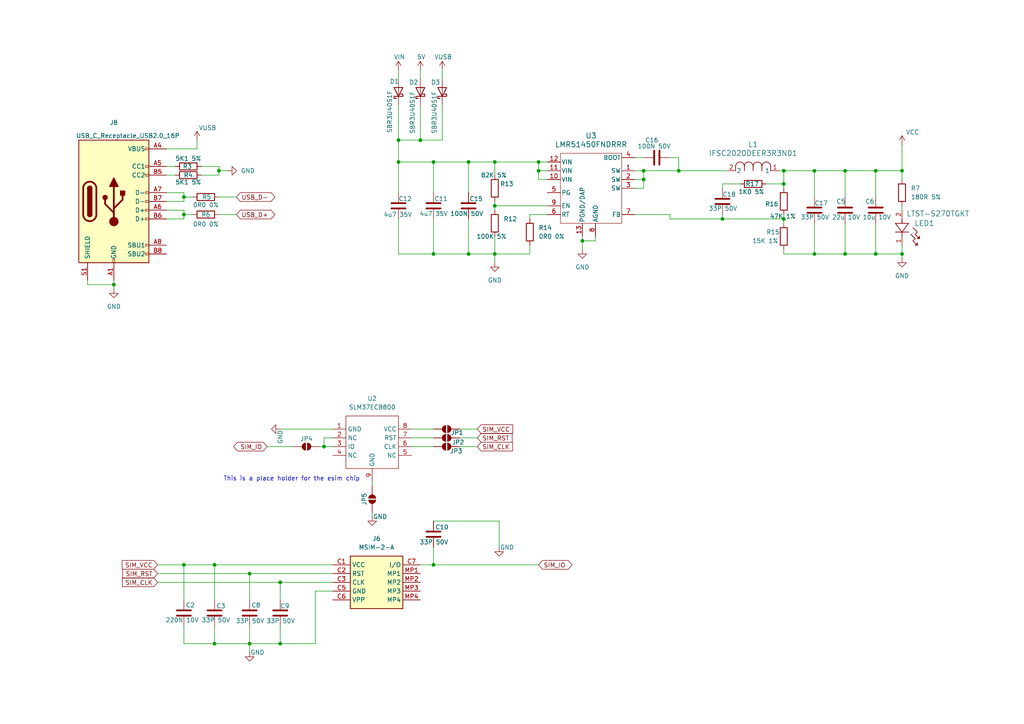
<source format=kicad_sch>
(kicad_sch (version 20250114) (generator "eeschema") (generator_version "9.0")
  (paper "A4")
  (lib_symbols
    (symbol "Capacitors_with_manufacturer_PartNumber_2:CAP CER  0201 33P 5% 50V" (pin_numbers (hide yes)) (pin_names (offset 0.254))
      (property "Reference" "C15" (at 3.81 1.2701 0))
      (property "Value" "33P 50V" (at 3.81 -1.2699 0))
      (symbol "CAP CER  0201 33P 5% 50V_1_1"
        (pin passive line (at 0 3.81 270) (length 2.794) (name "~") (number "1"))
        (pin passive line (at 0 -3.81 90) (length 2.794) (name "~") (number "2"))
      )
    )
    (symbol "Capacitors_with_manufacturer_PartNumber_2:CAP CER 0201 220N 20% 10V" (pin_numbers (hide yes)) (pin_names (offset 0.254))
      (property "Reference" "C15" (at 3.81 1.2701 0))
      (property "Value" "220N 10V" (at 3.81 -1.2699 0))
      (symbol "CAP CER 0201 220N 20% 10V_1_1"
        (pin passive line (at 0 3.81 270) (length 2.794) (name "~") (number "1"))
        (pin passive line (at 0 -3.81 90) (length 2.794) (name "~") (number "2"))
      )
    )
    (symbol "Capacitors_with_manufacturer_PartNumber_2:CAP CER X5R 0402 100N 10% 50V" (pin_numbers (hide yes)) (pin_names (offset 0.254))
      (property "Reference" "C15" (at 0.254 2.032 0))
      (property "Value" "100N 50V" (at -5.588 -2.032 0))
      (symbol "CAP CER X5R 0402 100N 10% 50V_1_1"
        (pin passive line (at 0 3.81 270) (length 2.794) (name "~") (number "1"))
        (pin passive line (at 0 -3.81 90) (length 2.794) (name "~") (number "2"))
      )
    )
    (symbol "Capacitors_with_manufacturer_PartNumber_2:CAP CER X5R 0402 10U 20% 10V" (pin_numbers (hide yes)) (pin_names (offset 0.254))
      (property "Reference" "C15" (at 3.81 1.2701 0))
      (property "Value" "10u 10V" (at 3.81 -1.2699 0))
      (symbol "CAP CER X5R 0402 10U 20% 10V_1_1"
        (pin passive line (at 0 3.81 270) (length 2.794) (name "~") (number "1"))
        (pin passive line (at 0 -3.81 90) (length 2.794) (name "~") (number "2"))
      )
    )
    (symbol "Capacitors_with_manufacturer_PartNumber_2:CAP CER X5R 0603 22U 20% 10V" (pin_numbers (hide yes)) (pin_names (offset 0.254))
      (property "Reference" "C2" (at 0.254 2.032 0))
      (property "Value" "22u 10V" (at -3.048 -2.032 0))
      (symbol "CAP CER X5R 0603 22U 20% 10V_1_1"
        (pin passive line (at 0 3.81 270) (length 2.794) (name "~") (number "1"))
        (pin passive line (at 0 -3.81 90) (length 2.794) (name "~") (number "2"))
      )
    )
    (symbol "Capacitors_with_manufacturer_PartNumber_2:CAP CER X7R 0805 4U7 10% 35V" (pin_numbers (hide yes)) (pin_names (offset 0.254))
      (property "Reference" "C2" (at 0.254 2.032 0))
      (property "Value" "4u7 35V" (at -3.048 -2.032 0))
      (symbol "CAP CER X7R 0805 4U7 10% 35V_1_1"
        (pin passive line (at 0 3.81 270) (length 2.794) (name "~") (number "1"))
        (pin passive line (at 0 -3.81 90) (length 2.794) (name "~") (number "2"))
      )
    )
    (symbol "Connector:USB_C_Receptacle_USB2.0_16P" (pin_names (offset 1.016))
      (property "Reference" "J" (at 0 22.225 0))
      (property "Value" "USB_C_Receptacle_USB2.0_16P" (at 0 19.685 0))
      (symbol "USB_C_Receptacle_USB2.0_16P_1_1"
        (pin passive line (at -7.62 -22.86 90) (length 5.08) (name "SHIELD") (number "S1"))
        (pin passive line (at 0 -22.86 90) (length 5.08) (name "GND") (number "A1"))
        (pin passive line (at 0 -22.86 90) (length 5.08) (hide yes) (name "GND") (number "A12"))
        (pin passive line (at 0 -22.86 90) (length 5.08) (hide yes) (name "GND") (number "B1"))
        (pin passive line (at 0 -22.86 90) (length 5.08) (hide yes) (name "GND") (number "B12"))
        (pin passive line (at 15.24 15.24 180) (length 5.08) (name "VBUS") (number "A4"))
        (pin passive line (at 15.24 15.24 180) (length 5.08) (hide yes) (name "VBUS") (number "A9"))
        (pin passive line (at 15.24 15.24 180) (length 5.08) (hide yes) (name "VBUS") (number "B4"))
        (pin passive line (at 15.24 15.24 180) (length 5.08) (hide yes) (name "VBUS") (number "B9"))
        (pin bidirectional line (at 15.24 10.16 180) (length 5.08) (name "CC1") (number "A5"))
        (pin bidirectional line (at 15.24 7.62 180) (length 5.08) (name "CC2") (number "B5"))
        (pin bidirectional line (at 15.24 2.54 180) (length 5.08) (name "D-") (number "A7"))
        (pin bidirectional line (at 15.24 0 180) (length 5.08) (name "D-") (number "B7"))
        (pin bidirectional line (at 15.24 -2.54 180) (length 5.08) (name "D+") (number "A6"))
        (pin bidirectional line (at 15.24 -5.08 180) (length 5.08) (name "D+") (number "B6"))
        (pin bidirectional line (at 15.24 -12.7 180) (length 5.08) (name "SBU1") (number "A8"))
        (pin bidirectional line (at 15.24 -15.24 180) (length 5.08) (name "SBU2") (number "B8"))
      )
    )
    (symbol "Jumper:SolderJumper_2_Open" (pin_numbers (hide yes)) (pin_names (offset 0) (hide yes)) (in_bom no)
      (property "Reference" "JP" (at 0 2.032 0))
      (property "Value" "SolderJumper_2_Open" (at 0 -2.54 0))
      (symbol "SolderJumper_2_Open_1_1"
        (pin passive line (at -3.81 0 0) (length 2.54) (name "A") (number "1"))
        (pin passive line (at 3.81 0 180) (length 2.54) (name "B") (number "2"))
      )
    )
    (symbol "PSU_redesign:IFSC2020DEER3R3N01" (pin_names (offset 0.254))
      (property "Reference" "L" (at 6.985 5.08 0))
      (property "Value" "IFSC2020DEER3R3N01" (at 6.985 -2.54 0))
      (symbol "IFSC2020DEER3R3N01_1_1"
        (pin unspecified line (at 0 0 0) (length 2.54) (name "2") (number "2"))
        (pin unspecified line (at 15.24 0 180) (length 2.54) (name "1") (number "1"))
      )
      (symbol "IFSC2020DEER3R3N01_1_2"
        (pin unspecified line (at 0 15.24 270) (length 2.54) (name "1") (number "1"))
        (pin unspecified line (at 0 0 90) (length 2.54) (name "2") (number "2"))
      )
    )
    (symbol "PSU_redesign:LMR51450FNDRRR" (pin_names (offset 0.254))
      (property "Reference" "U" (at 16.002 -19.05 0))
      (property "Value" "LMR51450FNDRRR" (at 22.86 3.556 0))
      (symbol "LMR51450FNDRRR_0_1"
        (pin power_in line (at 10.16 1.27 0) (length 3.81) (name "BOOT") (number "4"))
        (pin power_in line (at 10.16 -2.54 0) (length 3.81) (name "SW") (number "1"))
        (pin power_in line (at 10.16 -5.08 0) (length 3.81) (name "SW") (number "2"))
        (pin power_in line (at 10.16 -7.62 0) (length 3.81) (name "SW") (number "3"))
        (pin unspecified line (at 10.16 -15.24 0) (length 3.81) (name "FB") (number "7"))
        (pin power_out line (at 21.59 -21.59 90) (length 3.81) (name "AGND") (number "8"))
        (pin power_out line (at 25.4 -21.59 90) (length 3.81) (name "PGND/DAP") (number "13"))
        (pin power_in line (at 35.56 0 180) (length 3.81) (name "VIN") (number "12"))
        (pin power_in line (at 35.56 -2.54 180) (length 3.81) (name "VIN") (number "11"))
        (pin power_in line (at 35.56 -5.08 180) (length 3.81) (name "VIN") (number "10"))
        (pin unspecified line (at 35.56 -8.89 180) (length 3.81) (name "PG") (number "5"))
        (pin unspecified line (at 35.56 -12.7 180) (length 3.81) (name "EN") (number "9"))
        (pin unspecified line (at 35.56 -15.24 180) (length 3.81) (name "RT") (number "6"))
      )
    )
    (symbol "Resistors_with_manufacturer_PartNumber:47K_0402_1%" (pin_numbers (hide yes)) (pin_names (offset 0))
      (property "Reference" "R103" (at 0 0.254 90))
      (property "Value" "47K 1%" (at -2.286 0.254 90))
      (symbol "47K_0402_1%_1_1"
        (pin passive line (at 0 3.81 270) (length 1.27) (name "~") (number "1"))
        (pin passive line (at 0 -3.81 90) (length 1.27) (name "~") (number "2"))
      )
    )
    (symbol "Resistors_with_manufacturer_PartNumber_2:0R0_0402_0%" (pin_numbers (hide yes)) (pin_names (offset 0))
      (property "Reference" "R109" (at 0 0.254 90))
      (property "Value" "0R0 0%" (at -2.286 0.254 90))
      (symbol "0R0_0402_0%_1_1"
        (pin passive line (at 0 3.81 270) (length 1.27) (name "~") (number "1"))
        (pin passive line (at 0 -3.81 90) (length 1.27) (name "~") (number "2"))
      )
    )
    (symbol "Resistors_with_manufacturer_PartNumber_2:100K_0402_5%" (pin_numbers (hide yes)) (pin_names (offset 0))
      (property "Reference" "R109" (at 0 0.254 90))
      (property "Value" "100K 5%" (at -2.286 0.254 90))
      (symbol "100K_0402_5%_1_1"
        (pin passive line (at 0 3.81 270) (length 1.27) (name "~") (number "1"))
        (pin passive line (at 0 -3.81 90) (length 1.27) (name "~") (number "2"))
      )
    )
    (symbol "Resistors_with_manufacturer_PartNumber_2:15K_0402_1%" (pin_numbers (hide yes)) (pin_names (offset 0))
      (property "Reference" "R103" (at 0 0.254 90))
      (property "Value" "15K 1%" (at -2.286 0.254 90))
      (symbol "15K_0402_1%_1_1"
        (pin passive line (at 0 3.81 270) (length 1.27) (name "~") (number "1"))
        (pin passive line (at 0 -3.81 90) (length 1.27) (name "~") (number "2"))
      )
    )
    (symbol "Resistors_with_manufacturer_PartNumber_2:180R_0402_5%" (pin_numbers (hide yes)) (pin_names (offset 0))
      (property "Reference" "R109" (at 0 0.254 90))
      (property "Value" "180R 5%" (at -2.286 0.254 90))
      (symbol "180R_0402_5%_1_1"
        (pin passive line (at 0 3.81 270) (length 1.27) (name "~") (number "1"))
        (pin passive line (at 0 -3.81 90) (length 1.27) (name "~") (number "2"))
      )
    )
    (symbol "Resistors_with_manufacturer_PartNumber_2:1K0_0402_5%" (pin_numbers (hide yes)) (pin_names (offset 0))
      (property "Reference" "R109" (at 0 0.254 90))
      (property "Value" "1K0 5%" (at -2.286 0.254 90))
      (symbol "1K0_0402_5%_1_1"
        (pin passive line (at 0 3.81 270) (length 1.27) (name "~") (number "1"))
        (pin passive line (at 0 -3.81 90) (length 1.27) (name "~") (number "2"))
      )
    )
    (symbol "Resistors_with_manufacturer_PartNumber_2:5K1_0402_5%" (pin_numbers (hide yes)) (pin_names (offset 0))
      (property "Reference" "R109" (at 0 0.254 90))
      (property "Value" "5K1 5%" (at -2.286 0.254 90))
      (symbol "5K1_0402_5%_1_1"
        (pin passive line (at 0 3.81 270) (length 1.27) (name "~") (number "1"))
        (pin passive line (at 0 -3.81 90) (length 1.27) (name "~") (number "2"))
      )
    )
    (symbol "Resistors_with_manufacturer_PartNumber_2:82K_0402_5%" (pin_numbers (hide yes)) (pin_names (offset 0))
      (property "Reference" "R109" (at 0 0.254 90))
      (property "Value" "82K 5%" (at -2.286 0.254 90))
      (symbol "82K_0402_5%_1_1"
        (pin passive line (at 0 3.81 270) (length 1.27) (name "~") (number "1"))
        (pin passive line (at 0 -3.81 90) (length 1.27) (name "~") (number "2"))
      )
    )
    (symbol "power:GND" (power) (pin_numbers (hide yes)) (pin_names (offset 0) (hide yes))
      (property "Value" "GND" (at 0 -3.81 0))
      (symbol "GND_1_1"
        (pin power_in line (at 0 0 270) (length 0) (name "~") (number "1"))
      )
    )
    (symbol "power:VCC" (power) (pin_numbers (hide yes)) (pin_names (offset 0) (hide yes))
      (property "Value" "VCC" (at 0 3.556 0))
      (symbol "VCC_1_1"
        (pin power_in line (at 0 0 90) (length 0) (name "~") (number "1"))
      )
    )
    (symbol "shield_design_library:LTST-S270TGKT" (pin_names (offset 0.254))
      (property "Reference" "LED" (at 5.08 -4.445 0))
      (property "Value" "LTST-S270TGKT" (at 5.08 -7.62 0))
      (symbol "LTST-S270TGKT_1_1"
        (pin unspecified line (at 0 0 0) (length 2.54) (name "") (number "2"))
        (pin unspecified line (at 10.16 0 180) (length 2.54) (name "") (number "1"))
      )
      (symbol "LTST-S270TGKT_1_2"
        (pin unspecified line (at 0 10.16 270) (length 2.54) (name "") (number "1"))
        (pin unspecified line (at 0 0 90) (length 2.54) (name "") (number "2"))
      )
    )
    (symbol "shield_design_library:MSIM-2-A"
      (property "Reference" "J" (at 21.59 7.62 0))
      (property "Value" "MSIM-2-A" (at 21.59 5.08 0))
      (symbol "MSIM-2-A_1_1"
        (pin passive line (at 0 0 0) (length 5.08) (name "VCC") (number "C1"))
        (pin passive line (at 0 -2.54 0) (length 5.08) (name "RST") (number "C2"))
        (pin passive line (at 0 -5.08 0) (length 5.08) (name "CLK") (number "C3"))
        (pin passive line (at 0 -7.62 0) (length 5.08) (name "GND") (number "C5"))
        (pin passive line (at 0 -10.16 0) (length 5.08) (name "VPP") (number "C6"))
        (pin passive line (at 25.4 0 180) (length 5.08) (name "I/O") (number "C7"))
        (pin passive line (at 25.4 -2.54 180) (length 5.08) (name "MP1") (number "MP1"))
        (pin passive line (at 25.4 -5.08 180) (length 5.08) (name "MP2") (number "MP2"))
        (pin passive line (at 25.4 -7.62 180) (length 5.08) (name "MP3") (number "MP3"))
        (pin passive line (at 25.4 -10.16 180) (length 5.08) (name "MP4") (number "MP4"))
      )
    )
    (symbol "shield_design_library:SBR3U40S1F" (pin_numbers (hide yes)) (pin_names (offset 1.016) (hide yes))
      (property "Reference" "D" (at 0 2.54 0))
      (property "Value" "SBR3U40S1F" (at 0 -2.54 0))
      (symbol "SBR3U40S1F_1_1"
        (pin passive line (at -3.81 0 0) (length 2.54) (name "K") (number "1"))
        (pin passive line (at 3.81 0 180) (length 2.54) (name "A") (number "2"))
      )
    )
    (symbol "shield_design_library:SLM37ECB800"
      (property "Reference" "U" (at 1.524 -9.144 0))
      (property "Value" "SLM37ECB800" (at -0.508 8.636 0))
      (symbol "SLM37ECB800_1_1"
        (pin power_in line (at -11.43 3.81 0) (length 3.81) (name "GND") (number "1"))
        (pin bidirectional line (at -11.43 1.27 0) (length 3.81) (name "NC") (number "2"))
        (pin bidirectional line (at -11.43 -1.27 0) (length 3.81) (name "IO") (number "3"))
        (pin bidirectional line (at -11.43 -3.81 0) (length 3.81) (name "NC") (number "4"))
        (pin power_in line (at 0 -11.43 90) (length 3.81) (name "GND") (number "9"))
        (pin power_in line (at 11.43 3.81 180) (length 3.81) (name "VCC") (number "8"))
        (pin input line (at 11.43 1.27 180) (length 3.81) (name "RST") (number "7"))
        (pin input line (at 11.43 -1.27 180) (length 3.81) (name "CLK") (number "6"))
        (pin bidirectional line (at 11.43 -3.81 180) (length 3.81) (name "NC") (number "5"))
      )
    )
  )
  (text "This is a place holder for the esim chip " (at 85.09 138.938 0) (effects (font (size 1.27 1.27))))
  (junction (at 121.92 40.64))
  (junction (at 156.21 49.53))
  (junction (at 156.21 46.99))
  (junction (at 53.34 163.83))
  (junction (at 125.73 73.66))
  (junction (at 227.33 53.34))
  (junction (at 81.28 186.69))
  (junction (at 245.11 49.53))
  (junction (at 135.89 73.66))
  (junction (at 115.57 40.64))
  (junction (at 143.51 59.69))
  (junction (at 143.51 73.66))
  (junction (at 62.23 186.69))
  (junction (at 254 73.66))
  (junction (at 53.34 57.15))
  (junction (at 236.22 49.53))
  (junction (at 168.91 69.85))
  (junction (at 236.22 73.66))
  (junction (at 227.33 63.5))
  (junction (at 53.34 62.23))
  (junction (at 125.73 163.83))
  (junction (at 93.98 129.54))
  (junction (at 143.51 46.99))
  (junction (at 33.02 82.55))
  (junction (at 254 49.53))
  (junction (at 186.69 49.53))
  (junction (at 125.73 46.99))
  (junction (at 115.57 46.99))
  (junction (at 196.85 49.53))
  (junction (at 261.62 49.53))
  (junction (at 135.89 46.99))
  (junction (at 62.23 163.83))
  (junction (at 227.33 49.53))
  (junction (at 63.5 49.53))
  (junction (at 186.69 52.07))
  (junction (at 72.39 186.69))
  (junction (at 245.11 73.66))
  (junction (at 81.28 168.91))
  (junction (at 72.39 166.37))
  (junction (at 261.62 73.66))
  (junction (at 209.55 63.5))
  (wire (pts (xy 121.92 163.83) (xy 125.73 163.83)))
  (wire (pts (xy 81.28 168.91) (xy 81.28 173.99)))
  (wire (pts (xy 261.62 73.66) (xy 261.62 74.93)))
  (wire (pts (xy 72.39 186.69) (xy 72.39 189.23)))
  (wire (pts (xy 209.55 53.34) (xy 209.55 54.61)))
  (wire (pts (xy 128.27 40.64) (xy 121.92 40.64)))
  (wire (pts (xy 184.15 54.61) (xy 186.69 54.61)))
  (wire (pts (xy 227.33 49.53) (xy 227.33 53.34)))
  (wire (pts (xy 186.69 49.53) (xy 186.69 52.07)))
  (wire (pts (xy 81.28 168.91) (xy 96.52 168.91)))
  (wire (pts (xy 133.35 129.54) (xy 138.43 129.54)))
  (wire (pts (xy 143.51 73.66) (xy 153.67 73.66)))
  (wire (pts (xy 115.57 73.66) (xy 125.73 73.66)))
  (wire (pts (xy 72.39 166.37) (xy 72.39 173.99)))
  (wire (pts (xy 236.22 73.66) (xy 245.11 73.66)))
  (wire (pts (xy 186.69 54.61) (xy 186.69 52.07)))
  (wire (pts (xy 227.33 62.23) (xy 227.33 63.5)))
  (wire (pts (xy 245.11 49.53) (xy 254 49.53)))
  (wire (pts (xy 245.11 64.77) (xy 245.11 73.66)))
  (wire (pts (xy 128.27 20.32) (xy 128.27 22.86)))
  (wire (pts (xy 135.89 46.99) (xy 143.51 46.99)))
  (wire (pts (xy 210.82 49.53) (xy 196.85 49.53)))
  (wire (pts (xy 222.25 53.34) (xy 227.33 53.34)))
  (wire (pts (xy 93.98 127) (xy 93.98 129.54)))
  (wire (pts (xy 125.73 151.13) (xy 144.78 151.13)))
  (wire (pts (xy 62.23 163.83) (xy 96.52 163.83)))
  (wire (pts (xy 121.92 40.64) (xy 121.92 30.48)))
  (wire (pts (xy 168.91 69.85) (xy 168.91 72.39)))
  (wire (pts (xy 53.34 60.96) (xy 53.34 62.23)))
  (wire (pts (xy 107.95 140.97) (xy 107.95 139.7)))
  (wire (pts (xy 236.22 64.77) (xy 236.22 73.66)))
  (wire (pts (xy 25.4 81.28) (xy 25.4 82.55)))
  (wire (pts (xy 45.72 166.37) (xy 72.39 166.37)))
  (wire (pts (xy 143.51 58.42) (xy 143.51 59.69)))
  (wire (pts (xy 135.89 73.66) (xy 143.51 73.66)))
  (wire (pts (xy 115.57 63.5) (xy 115.57 73.66)))
  (wire (pts (xy 93.98 129.54) (xy 96.52 129.54)))
  (wire (pts (xy 63.5 62.23) (xy 68.58 62.23)))
  (wire (pts (xy 81.28 181.61) (xy 81.28 186.69)))
  (wire (pts (xy 48.26 55.88) (xy 53.34 55.88)))
  (wire (pts (xy 133.35 127) (xy 138.43 127)))
  (wire (pts (xy 158.75 52.07) (xy 156.21 52.07)))
  (wire (pts (xy 156.21 49.53) (xy 156.21 46.99)))
  (wire (pts (xy 133.35 124.46) (xy 138.43 124.46)))
  (wire (pts (xy 143.51 46.99) (xy 156.21 46.99)))
  (wire (pts (xy 143.51 59.69) (xy 158.75 59.69)))
  (wire (pts (xy 125.73 63.5) (xy 125.73 73.66)))
  (wire (pts (xy 261.62 59.69) (xy 261.62 60.96)))
  (wire (pts (xy 48.26 63.5) (xy 53.34 63.5)))
  (wire (pts (xy 53.34 163.83) (xy 62.23 163.83)))
  (wire (pts (xy 209.55 62.23) (xy 209.55 63.5)))
  (wire (pts (xy 91.44 186.69) (xy 81.28 186.69)))
  (wire (pts (xy 184.15 62.23) (xy 194.31 62.23)))
  (wire (pts (xy 209.55 63.5) (xy 227.33 63.5)))
  (wire (pts (xy 48.26 48.26) (xy 50.8 48.26)))
  (wire (pts (xy 261.62 41.91) (xy 261.62 49.53)))
  (wire (pts (xy 236.22 57.15) (xy 236.22 49.53)))
  (wire (pts (xy 62.23 186.69) (xy 53.34 186.69)))
  (wire (pts (xy 81.28 186.69) (xy 72.39 186.69)))
  (wire (pts (xy 72.39 166.37) (xy 96.52 166.37)))
  (wire (pts (xy 245.11 73.66) (xy 254 73.66)))
  (wire (pts (xy 125.73 46.99) (xy 135.89 46.99)))
  (wire (pts (xy 115.57 40.64) (xy 115.57 46.99)))
  (wire (pts (xy 53.34 62.23) (xy 55.88 62.23)))
  (wire (pts (xy 135.89 46.99) (xy 135.89 55.88)))
  (wire (pts (xy 119.38 124.46) (xy 125.73 124.46)))
  (wire (pts (xy 261.62 71.12) (xy 261.62 73.66)))
  (wire (pts (xy 143.51 59.69) (xy 143.51 60.96)))
  (wire (pts (xy 227.33 72.39) (xy 227.33 73.66)))
  (wire (pts (xy 227.33 53.34) (xy 227.33 54.61)))
  (wire (pts (xy 153.67 71.12) (xy 153.67 73.66)))
  (wire (pts (xy 33.02 82.55) (xy 33.02 83.82)))
  (wire (pts (xy 184.15 45.72) (xy 186.69 45.72)))
  (wire (pts (xy 58.42 48.26) (xy 63.5 48.26)))
  (wire (pts (xy 63.5 57.15) (xy 68.58 57.15)))
  (wire (pts (xy 96.52 171.45) (xy 91.44 171.45)))
  (wire (pts (xy 115.57 46.99) (xy 125.73 46.99)))
  (wire (pts (xy 158.75 62.23) (xy 153.67 62.23)))
  (wire (pts (xy 227.33 49.53) (xy 236.22 49.53)))
  (wire (pts (xy 53.34 55.88) (xy 53.34 57.15)))
  (wire (pts (xy 48.26 43.18) (xy 57.15 43.18)))
  (wire (pts (xy 53.34 57.15) (xy 55.88 57.15)))
  (wire (pts (xy 33.02 81.28) (xy 33.02 82.55)))
  (wire (pts (xy 156.21 52.07) (xy 156.21 49.53)))
  (wire (pts (xy 125.73 158.75) (xy 125.73 163.83)))
  (wire (pts (xy 48.26 58.42) (xy 53.34 58.42)))
  (wire (pts (xy 125.73 163.83) (xy 156.21 163.83)))
  (wire (pts (xy 186.69 52.07) (xy 184.15 52.07)))
  (wire (pts (xy 53.34 186.69) (xy 53.34 181.61)))
  (wire (pts (xy 53.34 57.15) (xy 53.34 58.42)))
  (wire (pts (xy 168.91 69.85) (xy 172.72 69.85)))
  (wire (pts (xy 107.95 149.86) (xy 107.95 148.59)))
  (wire (pts (xy 194.31 63.5) (xy 209.55 63.5)))
  (wire (pts (xy 245.11 57.15) (xy 245.11 49.53)))
  (wire (pts (xy 115.57 40.64) (xy 121.92 40.64)))
  (wire (pts (xy 63.5 49.53) (xy 63.5 50.8)))
  (wire (pts (xy 57.15 43.18) (xy 57.15 40.64)))
  (wire (pts (xy 196.85 45.72) (xy 196.85 49.53)))
  (wire (pts (xy 143.51 68.58) (xy 143.51 73.66)))
  (wire (pts (xy 72.39 181.61) (xy 72.39 186.69)))
  (wire (pts (xy 115.57 30.48) (xy 115.57 40.64)))
  (wire (pts (xy 226.06 49.53) (xy 227.33 49.53)))
  (wire (pts (xy 121.92 20.32) (xy 121.92 22.86)))
  (wire (pts (xy 196.85 49.53) (xy 186.69 49.53)))
  (wire (pts (xy 48.26 60.96) (xy 53.34 60.96)))
  (wire (pts (xy 184.15 49.53) (xy 186.69 49.53)))
  (wire (pts (xy 143.51 46.99) (xy 143.51 50.8)))
  (wire (pts (xy 153.67 62.23) (xy 153.67 63.5)))
  (wire (pts (xy 62.23 181.61) (xy 62.23 186.69)))
  (wire (pts (xy 63.5 49.53) (xy 66.04 49.53)))
  (wire (pts (xy 156.21 46.99) (xy 158.75 46.99)))
  (wire (pts (xy 63.5 48.26) (xy 63.5 49.53)))
  (wire (pts (xy 144.78 151.13) (xy 144.78 158.75)))
  (wire (pts (xy 45.72 163.83) (xy 53.34 163.83)))
  (wire (pts (xy 227.33 63.5) (xy 227.33 64.77)))
  (wire (pts (xy 72.39 186.69) (xy 62.23 186.69)))
  (wire (pts (xy 236.22 49.53) (xy 245.11 49.53)))
  (wire (pts (xy 254 73.66) (xy 261.62 73.66)))
  (wire (pts (xy 115.57 46.99) (xy 115.57 55.88)))
  (wire (pts (xy 194.31 45.72) (xy 196.85 45.72)))
  (wire (pts (xy 172.72 69.85) (xy 172.72 68.58)))
  (wire (pts (xy 119.38 127) (xy 125.73 127)))
  (wire (pts (xy 92.71 129.54) (xy 93.98 129.54)))
  (wire (pts (xy 115.57 20.32) (xy 115.57 22.86)))
  (wire (pts (xy 135.89 63.5) (xy 135.89 73.66)))
  (wire (pts (xy 62.23 163.83) (xy 62.23 173.99)))
  (wire (pts (xy 158.75 49.53) (xy 156.21 49.53)))
  (wire (pts (xy 53.34 62.23) (xy 53.34 63.5)))
  (wire (pts (xy 194.31 62.23) (xy 194.31 63.5)))
  (wire (pts (xy 81.28 124.46) (xy 96.52 124.46)))
  (wire (pts (xy 77.47 129.54) (xy 85.09 129.54)))
  (wire (pts (xy 91.44 171.45) (xy 91.44 186.69)))
  (wire (pts (xy 254 49.53) (xy 254 57.15)))
  (wire (pts (xy 93.98 127) (xy 96.52 127)))
  (wire (pts (xy 119.38 129.54) (xy 125.73 129.54)))
  (wire (pts (xy 25.4 82.55) (xy 33.02 82.55)))
  (wire (pts (xy 53.34 163.83) (xy 53.34 173.99)))
  (wire (pts (xy 128.27 30.48) (xy 128.27 40.64)))
  (wire (pts (xy 125.73 46.99) (xy 125.73 55.88)))
  (wire (pts (xy 143.51 73.66) (xy 143.51 76.2)))
  (wire (pts (xy 214.63 53.34) (xy 209.55 53.34)))
  (wire (pts (xy 58.42 50.8) (xy 63.5 50.8)))
  (wire (pts (xy 261.62 49.53) (xy 261.62 52.07)))
  (wire (pts (xy 125.73 73.66) (xy 135.89 73.66)))
  (wire (pts (xy 45.72 168.91) (xy 81.28 168.91)))
  (wire (pts (xy 227.33 73.66) (xy 236.22 73.66)))
  (wire (pts (xy 254 49.53) (xy 261.62 49.53)))
  (wire (pts (xy 168.91 68.58) (xy 168.91 69.85)))
  (wire (pts (xy 254 64.77) (xy 254 73.66)))
  (wire (pts (xy 48.26 50.8) (xy 50.8 50.8)))
  (global_label "SIM_CLK" (shape input) (at 138.43 129.54 0) (property "Intersheetrefs" "${INTERSHEET_REFS}" (effects (hide yes))))
  (global_label "USB_D+" (shape bidirectional) (at 68.58 62.23 0) (property "Intersheetrefs" "${INTERSHEET_REFS}" (effects (hide yes))))
  (global_label "SIM_IO" (shape bidirectional) (at 77.47 129.54 180) (property "Intersheetrefs" "${INTERSHEET_REFS}" (effects (hide yes))))
  (global_label "SIM_RST" (shape input) (at 138.43 127 0) (property "Intersheetrefs" "${INTERSHEET_REFS}" (effects (hide yes))))
  (global_label "USB_D-" (shape bidirectional) (at 68.58 57.15 0) (property "Intersheetrefs" "${INTERSHEET_REFS}" (effects (hide yes))))
  (global_label "SIM_CLK" (shape input) (at 45.72 168.91 180) (property "Intersheetrefs" "${INTERSHEET_REFS}" (effects (hide yes))))
  (global_label "SIM_RST" (shape input) (at 45.72 166.37 180) (property "Intersheetrefs" "${INTERSHEET_REFS}" (effects (hide yes))))
  (global_label "SIM_IO" (shape bidirectional) (at 156.21 163.83 0) (property "Intersheetrefs" "${INTERSHEET_REFS}" (effects (hide yes))))
  (global_label "SIM_VCC" (shape input) (at 138.43 124.46 0) (property "Intersheetrefs" "${INTERSHEET_REFS}" (effects (hide yes))))
  (global_label "SIM_VCC" (shape input) (at 45.72 163.83 180) (property "Intersheetrefs" "${INTERSHEET_REFS}" (effects (hide yes))))
  (symbol (lib_id "Resistors_with_manufacturer_PartNumber_2:5K1_0402_5%") (at 54.61 48.26 90) (unit 1)
    (property "Reference" "R3" (at 54.356 48.26 90))
    (property "Value" "5K1 5%" (at 54.61 45.974 90))
    (property "Footprint" "Resistor_SMD:R_0402_1005Metric" (effects (hide yes)))
    (property "Description" "RES THICK FILM CHIP 0402 5K1 5% 0.1W -55/+155C ROHS" (effects (hide yes)))
    (property "Manufacturer_Name" "KOA" (effects (hide yes)))
    (property "Manufacturer_Part_Number" "RK73B1ETTP512J" (effects (hide yes)))
  )
  (symbol (lib_id "Capacitors_with_manufacturer_PartNumber_2:CAP CER X5R 0402 100N 10% 50V") (at 135.89 59.69 0) (unit 1)
    (property "Reference" "C15" (at 136.144 57.658 0) (effects (justify left)))
    (property "Value" "100N 50V" (at 130.556 61.976 0) (effects (justify left)))
    (property "Footprint" "Capacitor_SMD:C_0402_1005Metric" (effects (hide yes)))
    (property "Description" "CAP CER X5R 0402 100N 10% 50V -40/+85C ROHS" (effects (hide yes)))
    (property "Manufacturer_Name" "Murata" (effects (hide yes)))
    (property "Manufacturer_Part_Number" "GRM155R61H104KE14D" (effects (hide yes)))
  )
  (symbol (lib_id "Resistors_with_manufacturer_PartNumber_2:15K_0402_1%") (at 227.33 68.58 0) (unit 1)
    (property "Reference" "R15" (at 222.25 67.31 0) (effects (justify left)))
    (property "Value" "15K 1%" (at 218.186 69.85 0) (effects (justify left)))
    (property "Footprint" "Resistor_SMD:R_0402_1005Metric" (effects (hide yes)))
    (property "Description" "RES THICK FILM CHIP 0402 15K 1% 0.063W" (effects (hide yes)))
    (property "Manufacturer_Name" "KOA" (effects (hide yes)))
    (property "Manufacturer_Part_Number" "RK73H1ETTP1502F" (effects (hide yes)))
  )
  (symbol (lib_id "shield_design_library:SBR3U40S1F") (at 128.27 26.67 90) (unit 1)
    (property "Reference" "D3" (at 124.968 23.876 90) (effects (justify right)))
    (property "Value" "SBR3U40S1F" (at 125.984 26.416 0) (effects (justify right)))
    (property "Footprint" "Diode_SMD:D_SOD-123F" (effects (hide yes)))
    (property "Description" "Schottky diode" (effects (hide yes)))
  )
  (symbol (lib_id "Resistors_with_manufacturer_PartNumber:47K_0402_1%") (at 227.33 58.42 0) (unit 1)
    (property "Reference" "R16" (at 225.806 59.182 0) (effects (justify right)))
    (property "Value" "47K 1%" (at 223.266 62.738 0) (effects (justify left)))
    (property "Footprint" "Resistor_SMD:R_0402_1005Metric" (effects (hide yes)))
    (property "Description" "RES THICK FILM CHIP 0402 47K 1% 0.063W" (effects (hide yes)))
    (property "Manufacturer_Name" "KOA" (effects (hide yes)))
    (property "Manufacturer_Part_Number" "RK73H1ETTP4702F" (effects (hide yes)))
  )
  (symbol (lib_id "power:VCC") (at 261.62 41.91 0) (unit 1)
    (property "Reference" "#PWR034" (effects (hide yes)))
    (property "Value" "VCC" (at 264.668 38.354 0))
    (property "Description" "Power symbol creates a global label with name \"VCC\"" (effects (hide yes)))
  )
  (symbol (lib_id "Capacitors_with_manufacturer_PartNumber_2:CAP CER  0201 33P 5% 50V") (at 236.22 60.96 0) (unit 1)
    (property "Reference" "C17" (at 236.22 58.928 0) (effects (justify left)))
    (property "Value" "33P 50V" (at 232.156 62.992 0) (effects (justify left)))
    (property "Footprint" "Capacitor_SMD:C_0201_0603Metric" (effects (hide yes)))
    (property "Description" "CAP CER COG 0201 33P 5% 50V ROHS" (effects (hide yes)))
    (property "Manufacturer_Name" "Murata" (effects (hide yes)))
    (property "Manufacturer_Part_Number" "GRM0335C1H330JA01" (effects (hide yes)))
  )
  (symbol (lib_id "power:GND") (at 33.02 83.82 0) (unit 1)
    (property "Reference" "#PWR04" (effects (hide yes)))
    (property "Value" "GND" (at 33.02 88.9 0))
    (property "Description" "Power symbol creates a global label with name \"GND\" , ground" (effects (hide yes)))
  )
  (symbol (lib_id "power:GND") (at 66.04 49.53 90) (unit 1)
    (property "Reference" "#PWR02" (effects (hide yes)))
    (property "Value" "GND" (at 69.85 49.5299 90) (effects (justify right)))
    (property "Description" "Power symbol creates a global label with name \"GND\" , ground" (effects (hide yes)))
  )
  (symbol (lib_id "power:VCC") (at 115.57 20.32 0) (unit 1)
    (property "Reference" "#PWR026" (effects (hide yes)))
    (property "Value" "VIN" (at 115.824 16.51 0))
    (property "Description" "Power symbol creates a global label with name \"VCC\"" (effects (hide yes)))
  )
  (symbol (lib_id "Capacitors_with_manufacturer_PartNumber_2:CAP CER  0201 33P 5% 50V") (at 81.28 177.8 0) (unit 1)
    (property "Reference" "C9" (at 81.28 175.768 0) (effects (justify left)))
    (property "Value" "33P 50V" (at 77.216 180.086 0) (effects (justify left)))
    (property "Footprint" "Capacitor_SMD:C_0201_0603Metric" (effects (hide yes)))
    (property "Description" "CAP CER COG 0201 33P 5% 50V ROHS" (effects (hide yes)))
    (property "Manufacturer_Name" "Murata" (effects (hide yes)))
    (property "Manufacturer_Part_Number" "GRM0335C1H330JA01" (effects (hide yes)))
  )
  (symbol (lib_id "shield_design_library:LTST-S270TGKT") (at 261.62 60.96 270) (unit 1)
    (property "Reference" "LED1" (at 265.176 64.77 90) (effects (font (size 1.524 1.524)) (justify left)))
    (property "Value" "LTST-S270TGKT" (at 262.89 61.976 90) (effects (font (size 1.524 1.524)) (justify left)))
    (property "Footprint" "footprints2:LED_LTST-S270TGKT_LTO-L" (effects (hide yes)))
    (property "Datasheet" "LTST-S270TGKT" (effects (hide yes)))
    (property "Description" "LED SMD ULTRA BRIGHT GREEN SIDE VIEW 0604 PACKAGE GREEN 0.02A" (effects (hide yes)))
    (property "Manufacturer_Name" "Lite-on Technology Corporation" (effects (hide yes)))
    (property "Manufacturer_Part_Number" "LTST-S270TGKT" (effects (hide yes)))
  )
  (symbol (lib_id "power:GND") (at 143.51 76.2 0) (unit 1)
    (property "Reference" "#PWR035" (effects (hide yes)))
    (property "Value" "GND" (at 143.51 81.28 0))
    (property "Description" "Power symbol creates a global label with name \"GND\" , ground" (effects (hide yes)))
  )
  (symbol (lib_id "shield_design_library:SLM37ECB800") (at 107.95 128.27 0) (unit 1)
    (property "Reference" "U2" (at 107.95 115.57 0))
    (property "Value" "SLM37ECB800" (at 107.95 118.11 0))
    (property "Footprint" "Package_SON:Texas_DSG0008A_WSON-8-1EP_2x2mm_P0.5mm_EP0.9x1.6mm" (effects (hide yes)))
    (property "Description" "e-sim chip by Trasna" (effects (hide yes)))
  )
  (symbol (lib_id "power:GND") (at 81.28 124.46 270) (unit 1)
    (property "Reference" "#PWR022" (effects (hide yes)))
    (property "Value" "GND" (at 81.28 126.746 0))
    (property "Description" "Power symbol creates a global label with name \"GND\" , ground" (effects (hide yes)))
  )
  (symbol (lib_id "Resistors_with_manufacturer_PartNumber_2:5K1_0402_5%") (at 54.61 50.8 90) (unit 1)
    (property "Reference" "R4" (at 54.61 50.8 90))
    (property "Value" "5K1 5%" (at 54.61 52.832 90))
    (property "Footprint" "Resistor_SMD:R_0402_1005Metric" (effects (hide yes)))
    (property "Description" "RES THICK FILM CHIP 0402 5K1 5% 0.1W -55/+155C ROHS" (effects (hide yes)))
    (property "Manufacturer_Name" "KOA" (effects (hide yes)))
    (property "Manufacturer_Part_Number" "RK73B1ETTP512J" (effects (hide yes)))
  )
  (symbol (lib_id "power:GND") (at 107.95 149.86 0) (unit 1)
    (property "Reference" "#PWR023" (effects (hide yes)))
    (property "Value" "GND" (at 110.236 149.86 0))
    (property "Description" "Power symbol creates a global label with name \"GND\" , ground" (effects (hide yes)))
  )
  (symbol (lib_id "power:VCC") (at 121.92 20.32 0) (unit 1)
    (property "Reference" "#PWR025" (effects (hide yes)))
    (property "Value" "5V" (at 122.174 16.51 0))
    (property "Description" "Power symbol creates a global label with name \"VCC\"" (effects (hide yes)))
  )
  (symbol (lib_id "Resistors_with_manufacturer_PartNumber_2:1K0_0402_5%") (at 218.44 53.34 90) (unit 1)
    (property "Reference" "R17" (at 218.186 53.34 90))
    (property "Value" "1K0 5%" (at 217.932 55.626 90))
    (property "Footprint" "Resistor_SMD:R_0402_1005Metric" (effects (hide yes)))
    (property "Description" "RES THICK FILM CHIP 0402 1K0 5% 0.1W ROHS" (effects (hide yes)))
    (property "Manufacturer_Name" "KOA" (effects (hide yes)))
    (property "Manufacturer_Part_Number" "RK73B1ETTD102J" (effects (hide yes)))
  )
  (symbol (lib_id "Capacitors_with_manufacturer_PartNumber_2:CAP CER X7R 0805 4U7 10% 35V") (at 125.73 59.69 0) (unit 1)
    (property "Reference" "C11" (at 125.984 57.658 0) (effects (justify left)))
    (property "Value" "4u7 35V" (at 121.666 61.976 0) (effects (justify left)))
    (property "Footprint" "Capacitor_SMD:C_0805_2012Metric" (effects (hide yes)))
    (property "Description" "CAP CER X7R 0805 4U7 10% 35V ROHS" (effects (hide yes)))
    (property "Manufacturer_Name" "Murata" (effects (hide yes)))
    (property "Manufacturer_Part_Number" "GRM21BZ7YA475KE15K" (effects (hide yes)))
  )
  (symbol (lib_id "Connector:USB_C_Receptacle_USB2.0_16P") (at 33.02 58.42 0) (unit 1)
    (property "Reference" "J8" (at 33.02 35.56 0))
    (property "Value" "USB_C_Receptacle_USB2.0_16P" (at 37.084 39.37 0))
    (property "Footprint" "Connector_USB:USB_C_Receptacle_GCT_USB4105-xx-A_16P_TopMnt_Horizontal" (effects (hide yes)))
    (property "Datasheet" "https://www.usb.org/sites/default/files/documents/usb_type-c.zip" (effects (hide yes)))
    (property "Description" "USB 2.0-only 16P Type-C Receptacle connector" (effects (hide yes)))
  )
  (symbol (lib_id "Capacitors_with_manufacturer_PartNumber_2:CAP CER  0201 33P 5% 50V") (at 209.55 58.42 0) (unit 1)
    (property "Reference" "C18" (at 209.55 56.388 0) (effects (justify left)))
    (property "Value" "33P 50V" (at 205.486 60.452 0) (effects (justify left)))
    (property "Footprint" "Capacitor_SMD:C_0201_0603Metric" (effects (hide yes)))
    (property "Description" "CAP CER COG 0201 33P 5% 50V ROHS" (effects (hide yes)))
    (property "Manufacturer_Name" "Murata" (effects (hide yes)))
    (property "Manufacturer_Part_Number" "GRM0335C1H330JA01" (effects (hide yes)))
  )
  (symbol (lib_id "power:GND") (at 261.62 74.93 0) (unit 1)
    (property "Reference" "#PWR09" (effects (hide yes)))
    (property "Value" "GND" (at 261.62 80.01 0))
    (property "Description" "Power symbol creates a global label with name \"GND\" , ground" (effects (hide yes)))
  )
  (symbol (lib_id "shield_design_library:SBR3U40S1F") (at 115.57 26.67 90) (unit 1)
    (property "Reference" "D1" (at 113.03 23.622 90) (effects (justify right)))
    (property "Value" "SBR3U40S1F" (at 113.03 26.162 0) (effects (justify right)))
    (property "Footprint" "Diode_SMD:D_SOD-123F" (effects (hide yes)))
    (property "Description" "Schottky diode" (effects (hide yes)))
  )
  (symbol (lib_id "Capacitors_with_manufacturer_PartNumber_2:CAP CER X5R 0603 22U 20% 10V") (at 245.11 60.96 0) (unit 1)
    (property "Reference" "C5" (at 242.57 58.42 0) (effects (justify left)))
    (property "Value" "22u 10V" (at 241.3 62.992 0) (effects (justify left)))
    (property "Footprint" "Capacitor_SMD:C_0603_1608Metric" (effects (hide yes)))
    (property "Description" "CAP CER X5R 0603 22U 20% 10V ROHS" (effects (hide yes)))
    (property "Manufacturer_Name" "Murata" (effects (hide yes)))
    (property "Manufacturer_Part_Number" "GRM188R61A226ME15D" (effects (hide yes)))
  )
  (symbol (lib_id "Jumper:SolderJumper_2_Open") (at 129.54 124.46 0) (unit 1) (in_bom no)
    (property "Reference" "JP1" (at 132.588 125.476 0))
    (property "Value" "SolderJumper_2_Open" (effects (hide yes)))
    (property "Footprint" "Jumper:SolderJumper-2_P1.3mm_Open_RoundedPad1.0x1.5mm" (effects (hide yes)))
    (property "Description" "Solder Jumper, 2-pole, open" (effects (hide yes)))
  )
  (symbol (lib_id "Jumper:SolderJumper_2_Open") (at 129.54 129.54 0) (unit 1) (in_bom no)
    (property "Reference" "JP3" (at 132.334 130.81 0))
    (property "Value" "SolderJumper_2_Open" (effects (hide yes)))
    (property "Footprint" "Jumper:SolderJumper-2_P1.3mm_Open_RoundedPad1.0x1.5mm" (effects (hide yes)))
    (property "Description" "Solder Jumper, 2-pole, open" (effects (hide yes)))
  )
  (symbol (lib_id "shield_design_library:MSIM-2-A") (at 96.52 163.83 0) (unit 1)
    (property "Reference" "J6" (at 109.22 156.21 0))
    (property "Value" "MSIM-2-A" (at 109.22 158.75 0))
    (property "Footprint" "footprints2:MSIM2A" (effects (hide yes)))
    (property "Datasheet" "https://www.sameskydevices.com/product/resource/msim-2-a.pdf" (effects (hide yes)))
    (property "Description" "Micro SIM Card Connector, 6 Positions, Connector and Ejector, Push In, Auto Eject Out, Surface Mount, 1.37 mm Height Above Board, Gold Flash" (effects (hide yes)))
    (property "Height" "1.57" (effects (hide yes)))
    (property "Mouser Part Number" "179-MSIM-2-A" (effects (hide yes)))
    (property "Mouser Price/Stock" "https://www.mouser.co.uk/ProductDetail/Same-Sky/MSIM-2-A?qs=Z%252BL2brAPG1IPjQYN%252BVVM7w%3D%3D" (effects (hide yes)))
    (property "Manufacturer_Name" "Same Sky" (effects (hide yes)))
    (property "Manufacturer_Part_Number" "MSIM-2-A" (effects (hide yes)))
  )
  (symbol (lib_id "power:GND") (at 168.91 72.39 0) (unit 1)
    (property "Reference" "#PWR01" (effects (hide yes)))
    (property "Value" "GND" (at 168.91 77.47 0))
    (property "Description" "Power symbol creates a global label with name \"GND\" , ground" (effects (hide yes)))
  )
  (symbol (lib_id "PSU_redesign:LMR51450FNDRRR") (at 194.31 46.99 0) (mirror y) (unit 1)
    (property "Reference" "U3" (at 171.45 39.37 0) (effects (font (size 1.524 1.524))))
    (property "Value" "LMR51450FNDRRR" (at 171.45 41.91 0) (effects (font (size 1.524 1.524))))
    (property "Footprint" "footprints2:WSON12-DRR_TEX" (effects (hide yes)))
    (property "Datasheet" "https://www.ti.com/lit/gpn/lmr51440" (effects (hide yes)))
    (property "Description" "5A Step down forced PWM mode" (effects (hide yes)))
    (property "Manufacturer_Name" "TI" (effects (hide yes)))
    (property "Manufacturer_Part_Number" "LMR51450FNDRRR" (effects (hide yes)))
  )
  (symbol (lib_id "Resistors_with_manufacturer_PartNumber_2:82K_0402_5%") (at 143.51 54.61 0) (unit 1)
    (property "Reference" "R13" (at 145.034 53.34 0) (effects (justify left)))
    (property "Value" "82K 5%" (at 139.446 50.8 0) (effects (justify left)))
    (property "Footprint" "Resistor_SMD:R_0402_1005Metric" (effects (hide yes)))
    (property "Description" "RES THICK FILM CHIP 0402 82K 5% 0.063W -55/+155C ROHS" (effects (hide yes)))
    (property "Manufacturer_Name" "ROHM" (effects (hide yes)))
    (property "Manufacturer_Part_Number" "MCR01MZPJ823" (effects (hide yes)))
  )
  (symbol (lib_id "Capacitors_with_manufacturer_PartNumber_2:CAP CER 0201 220N 20% 10V") (at 53.34 177.8 0) (unit 1)
    (property "Reference" "C2" (at 53.848 175.514 0) (effects (justify left)))
    (property "Value" "220N 10V" (at 48.006 179.832 0) (effects (justify left)))
    (property "Footprint" "Capacitor_SMD:C_0201_0603Metric" (effects (hide yes)))
    (property "Description" "CAP CER X5R 0201 220N 20% 10V ROHS" (effects (hide yes)))
    (property "Manufacturer_Name" "Murata" (effects (hide yes)))
    (property "Manufacturer_Part_Number" "GRM033R61A224ME90" (effects (hide yes)))
  )
  (symbol (lib_id "Jumper:SolderJumper_2_Open") (at 129.54 127 0) (unit 1) (in_bom no)
    (property "Reference" "JP2" (at 132.842 128.27 0))
    (property "Value" "SolderJumper_2_Open" (effects (hide yes)))
    (property "Footprint" "Jumper:SolderJumper-2_P1.3mm_Open_RoundedPad1.0x1.5mm" (effects (hide yes)))
    (property "Description" "Solder Jumper, 2-pole, open" (effects (hide yes)))
  )
  (symbol (lib_id "shield_design_library:SBR3U40S1F") (at 121.92 26.67 90) (unit 1)
    (property "Reference" "D2" (at 118.618 23.876 90) (effects (justify right)))
    (property "Value" "SBR3U40S1F" (at 119.634 26.416 0) (effects (justify right)))
    (property "Footprint" "Diode_SMD:D_SOD-123F" (effects (hide yes)))
    (property "Description" "Schottky diode" (effects (hide yes)))
  )
  (symbol (lib_id "Resistors_with_manufacturer_PartNumber_2:180R_0402_5%") (at 261.62 55.88 0) (unit 1)
    (property "Reference" "R7" (at 264.16 54.6099 0) (effects (justify left)))
    (property "Value" "180R 5%" (at 264.16 57.1499 0) (effects (justify left)))
    (property "Footprint" "Resistor_SMD:R_0402_1005Metric" (effects (hide yes)))
    (property "Description" "RES THICK FILM CHIP 0402 0.063W" (effects (hide yes)))
    (property "Manufacturer_Name" "KOA" (effects (hide yes)))
    (property "Manufacturer_Part_Number" "RK73H1ETTP1800F" (effects (hide yes)))
  )
  (symbol (lib_id "Capacitors_with_manufacturer_PartNumber_2:CAP CER X5R 0402 100N 10% 50V") (at 190.5 45.72 90) (unit 1)
    (property "Reference" "C16" (at 191.008 40.64 90) (effects (justify left)))
    (property "Value" "100N 50V" (at 194.564 42.418 90) (effects (justify left)))
    (property "Footprint" "Capacitor_SMD:C_0402_1005Metric" (effects (hide yes)))
    (property "Description" "CAP CER X5R 0402 100N 10% 50V -40/+85C ROHS" (effects (hide yes)))
    (property "Manufacturer_Name" "Murata" (effects (hide yes)))
    (property "Manufacturer_Part_Number" "GRM155R61H104KE14D" (effects (hide yes)))
  )
  (symbol (lib_id "Resistors_with_manufacturer_PartNumber_2:100K_0402_5%") (at 143.51 64.77 0) (unit 1)
    (property "Reference" "R12" (at 146.05 63.4999 0) (effects (justify left)))
    (property "Value" "100K 5%" (at 138.176 68.58 0) (effects (justify left)))
    (property "Footprint" "Resistor_SMD:R_0402_1005Metric" (effects (hide yes)))
    (property "Description" "RES THICK FILM CHIP 0402 100K 5% 0.063W -55/+155C ROHS" (effects (hide yes)))
    (property "Manufacturer_Name" "YAGEO" (effects (hide yes)))
    (property "Manufacturer_Part_Number" "RC0402JR-07100KL" (effects (hide yes)))
  )
  (symbol (lib_id "power:GND") (at 144.78 158.75 0) (unit 1)
    (property "Reference" "#PWR013" (effects (hide yes)))
    (property "Value" "GND" (at 147.066 158.75 0))
    (property "Description" "Power symbol creates a global label with name \"GND\" , ground" (effects (hide yes)))
  )
  (symbol (lib_id "PSU_redesign:IFSC2020DEER3R3N01") (at 210.82 49.53 0) (unit 1)
    (property "Reference" "L1" (at 218.44 41.91 0) (effects (font (size 1.524 1.524))))
    (property "Value" "IFSC2020DEER3R3N01" (at 218.44 44.45 0) (effects (font (size 1.524 1.524))))
    (property "Footprint" "footprints2:IND_IFSC-2020DE-01_VIS" (effects (hide yes)))
    (property "Datasheet" "https://www.vishay.com/doc?34083" (effects (hide yes)))
    (property "Manufacturer_Name" "Vishay" (effects (hide yes)))
    (property "Manufacturer_Part_Number" "  IFSC2020DEER3R3N01" (effects (hide yes)))
  )
  (symbol (lib_id "power:GND") (at 72.39 189.23 0) (unit 1)
    (property "Reference" "#PWR014" (effects (hide yes)))
    (property "Value" "GND" (at 74.676 189.23 0))
    (property "Description" "Power symbol creates a global label with name \"GND\" , ground" (effects (hide yes)))
  )
  (symbol (lib_id "Jumper:SolderJumper_2_Open") (at 107.95 144.78 90) (unit 1) (in_bom no)
    (property "Reference" "JP5" (at 105.664 144.78 0))
    (property "Value" "SolderJumper_2_Open" (effects (hide yes)))
    (property "Footprint" "Jumper:SolderJumper-2_P1.3mm_Open_RoundedPad1.0x1.5mm" (effects (hide yes)))
    (property "Description" "Solder Jumper, 2-pole, open" (effects (hide yes)))
  )
  (symbol (lib_id "power:VCC") (at 128.27 20.32 0) (unit 1)
    (property "Reference" "#PWR024" (effects (hide yes)))
    (property "Value" "VUSB" (at 128.524 16.51 0))
    (property "Description" "Power symbol creates a global label with name \"VCC\"" (effects (hide yes)))
  )
  (symbol (lib_id "Capacitors_with_manufacturer_PartNumber_2:CAP CER  0201 33P 5% 50V") (at 72.39 177.8 0) (unit 1)
    (property "Reference" "C8" (at 72.898 175.514 0) (effects (justify left)))
    (property "Value" "33P 50V" (at 68.326 180.086 0) (effects (justify left)))
    (property "Footprint" "Capacitor_SMD:C_0201_0603Metric" (effects (hide yes)))
    (property "Description" "CAP CER COG 0201 33P 5% 50V ROHS" (effects (hide yes)))
    (property "Manufacturer_Name" "Murata" (effects (hide yes)))
    (property "Manufacturer_Part_Number" "GRM0335C1H330JA01" (effects (hide yes)))
  )
  (symbol (lib_id "power:VCC") (at 57.15 40.64 0) (unit 1)
    (property "Reference" "#PWR012" (effects (hide yes)))
    (property "Value" "VUSB" (at 60.198 37.084 0))
    (property "Description" "Power symbol creates a global label with name \"VCC\"" (effects (hide yes)))
  )
  (symbol (lib_id "Resistors_with_manufacturer_PartNumber_2:0R0_0402_0%") (at 153.67 67.31 180) (unit 1)
    (property "Reference" "R14" (at 156.21 66.0399 0) (effects (justify right)))
    (property "Value" "0R0 0%" (at 156.21 68.5799 0) (effects (justify right)))
    (property "Footprint" "Resistor_SMD:R_0402_1005Metric" (effects (hide yes)))
    (property "Description" "RES THICK FILM CHIP 0R0 0402 0.1W" (effects (hide yes)))
    (property "Manufacturer_Name" "YAGEO" (effects (hide yes)))
    (property "Manufacturer_Part_Number" "RC0402JR-070RL " (effects (hide yes)))
  )
  (symbol (lib_id "Capacitors_with_manufacturer_PartNumber_2:CAP CER  0201 33P 5% 50V") (at 125.73 154.94 0) (unit 1)
    (property "Reference" "C10" (at 126.238 152.908 0) (effects (justify left)))
    (property "Value" "33P 50V" (at 121.666 157.226 0) (effects (justify left)))
    (property "Footprint" "Capacitor_SMD:C_0201_0603Metric" (effects (hide yes)))
    (property "Description" "CAP CER COG 0201 33P 5% 50V ROHS" (effects (hide yes)))
    (property "Manufacturer_Name" "Murata" (effects (hide yes)))
    (property "Manufacturer_Part_Number" "GRM0335C1H330JA01" (effects (hide yes)))
  )
  (symbol (lib_id "Jumper:SolderJumper_2_Open") (at 88.9 129.54 0) (unit 1) (in_bom no)
    (property "Reference" "JP4" (at 88.9 127.254 0))
    (property "Value" "SolderJumper_2_Open" (effects (hide yes)))
    (property "Footprint" "Jumper:SolderJumper-2_P1.3mm_Open_RoundedPad1.0x1.5mm" (effects (hide yes)))
    (property "Description" "Solder Jumper, 2-pole, open" (effects (hide yes)))
  )
  (symbol (lib_id "Capacitors_with_manufacturer_PartNumber_2:CAP CER X5R 0402 10U 20% 10V") (at 254 60.96 0) (unit 1)
    (property "Reference" "C6" (at 250.952 58.42 0) (effects (justify left)))
    (property "Value" "10u 10V" (at 250.19 62.992 0) (effects (justify left)))
    (property "Footprint" "Capacitor_SMD:C_0402_1005Metric" (effects (hide yes)))
    (property "Description" "CAP CER X5R 0402 10U 20% 10V ROHS" (effects (hide yes)))
    (property "Manufacturer_Name" "Murata" (effects (hide yes)))
    (property "Manufacturer_Part_Number" "GRM155R61A106ME11" (effects (hide yes)))
  )
  (symbol (lib_id "Resistors_with_manufacturer_PartNumber_2:0R0_0402_0%") (at 59.69 57.15 270) (unit 1)
    (property "Reference" "R5" (at 59.944 57.15 90))
    (property "Value" "0R0 0%" (at 59.69 59.436 90))
    (property "Footprint" "Resistor_SMD:R_0402_1005Metric" (effects (hide yes)))
    (property "Description" "RES THICK FILM CHIP 0R0 0402 0.1W" (effects (hide yes)))
    (property "Manufacturer_Name" "YAGEO" (effects (hide yes)))
    (property "Manufacturer_Part_Number" "RC0402JR-070RL " (effects (hide yes)))
  )
  (symbol (lib_id "Capacitors_with_manufacturer_PartNumber_2:CAP CER X7R 0805 4U7 10% 35V") (at 115.57 59.69 0) (unit 1)
    (property "Reference" "C12" (at 115.57 57.658 0) (effects (justify left)))
    (property "Value" "4u7 35V" (at 111.252 62.23 0) (effects (justify left)))
    (property "Footprint" "Capacitor_SMD:C_0805_2012Metric" (effects (hide yes)))
    (property "Description" "CAP CER X7R 0805 4U7 10% 35V ROHS" (effects (hide yes)))
    (property "Manufacturer_Name" "Murata" (effects (hide yes)))
    (property "Manufacturer_Part_Number" "GRM21BZ7YA475KE15K" (effects (hide yes)))
  )
  (symbol (lib_id "Capacitors_with_manufacturer_PartNumber_2:CAP CER  0201 33P 5% 50V") (at 62.23 177.8 0) (unit 1)
    (property "Reference" "C3" (at 62.738 175.768 0) (effects (justify left)))
    (property "Value" "33P 50V" (at 58.42 179.832 0) (effects (justify left)))
    (property "Footprint" "Capacitor_SMD:C_0201_0603Metric" (effects (hide yes)))
    (property "Description" "CAP CER COG 0201 33P 5% 50V ROHS" (effects (hide yes)))
    (property "Manufacturer_Name" "Murata" (effects (hide yes)))
    (property "Manufacturer_Part_Number" "GRM0335C1H330JA01" (effects (hide yes)))
  )
  (symbol (lib_id "Resistors_with_manufacturer_PartNumber_2:0R0_0402_0%") (at 59.69 62.23 270) (unit 1)
    (property "Reference" "R6" (at 59.69 62.23 90))
    (property "Value" "0R0 0%" (at 59.69 65.024 90))
    (property "Footprint" "Resistor_SMD:R_0402_1005Metric" (effects (hide yes)))
    (property "Description" "RES THICK FILM CHIP 0R0 0402 0.1W" (effects (hide yes)))
    (property "Manufacturer_Name" "YAGEO" (effects (hide yes)))
    (property "Manufacturer_Part_Number" "RC0402JR-070RL " (effects (hide yes)))
  )
)
</source>
